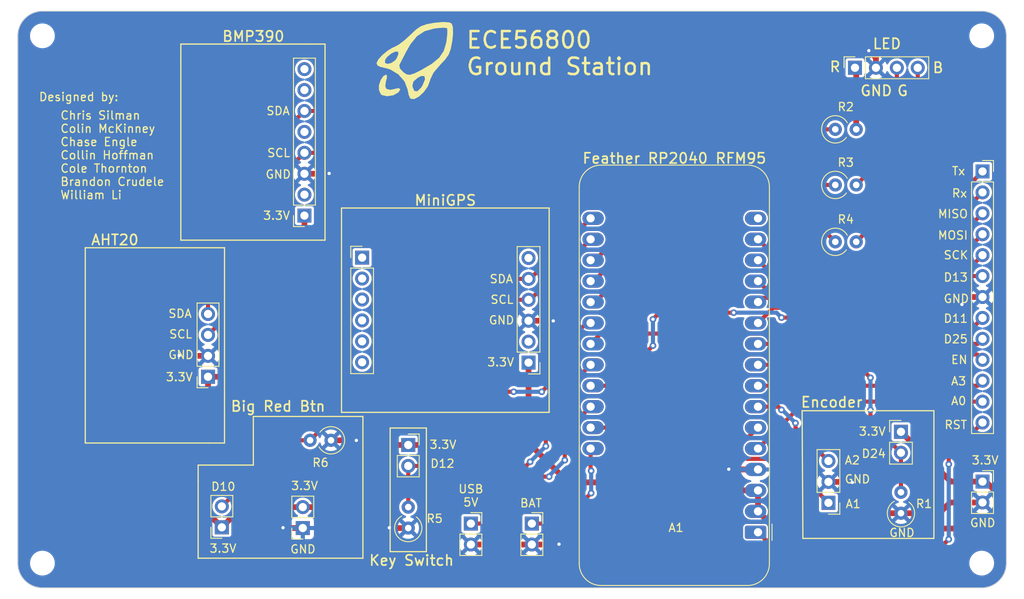
<source format=kicad_pcb>
(kicad_pcb (version 20241229) (generator "pcbnew") (generator_version "9.0")
  (layers (0 "F.Cu" signal) (2 "B.Cu" power) (13 "F.Paste" user) (15 "B.Paste" user) (5 "F.SilkS" user "F.Silkscreen") (7 "B.SilkS" user "B.Silkscreen") (1 "F.Mask" user) (3 "B.Mask" user) (25 "Edge.Cuts" user))
  (net 0 "")
  (net 1 "/RESET")
  (net 2 "+3.3V")
  (net 3 "GND")
  (net 4 "/A0")
  (net 5 "/A1")
  (net 6 "/A2")
  (net 7 "/A3")
  (net 8 "/D24")
  (net 9 "/D25")
  (net 10 "/SCK")
  (net 11 "/MOSI")
  (net 12 "/MISO")
  (net 13 "/RX")
  (net 14 "/TX")
  (net 16 "/SDA")
  (net 17 "/SCL")
  (net 18 "/D5")
  (net 19 "/D6")
  (net 20 "/D9")
  (net 21 "/D10")
  (net 22 "/D11")
  (net 23 "/D12")
  (net 24 "/D13")
  (net 25 "/USB 5V")
  (net 26 "/EN")
  (net 27 "/BAT")
  (net 40 "/BL_IN")
  (net 41 "/GRN_IN")
  (net 42 "/RED_IN")
  (footprint "Module:Adafruit_Feather" (layer "F.Cu") (at 169.0525 117.05 180)
    (property "Reference" "A1" (at 9.9525 0.55 0) (layer "F.SilkS"))
    (property "Value" "Adafruit_Feather_RP2040_RFM9x")
    (pad "1" thru_hole roundrect (at 0 0 180) (size 2.6 1.6) (drill 1 (offset 0.3 0)) (layers "*.Cu" "*.Mask") (roundrect_rratio 0.15625) (net 1 "/RESET"))
    (pad "2" thru_hole oval (at 0 2.54 180) (size 2.6 1.6) (drill 1 (offset 0.3 0)) (layers "*.Cu" "*.Mask") (net 2 "+3.3V"))
    (pad "3" thru_hole oval (at 0 5.08 180) (size 2.6 1.6) (drill 1 (offset 0.3 0)) (layers "*.Cu" "*.Mask") (net 2 "+3.3V"))
    (pad "4" thru_hole oval (at 0 7.62 180) (size 2.6 1.6) (drill 1 (offset 0.3 0)) (layers "*.Cu" "*.Mask") (net 3 "GND"))
    (pad "5" thru_hole oval (at 0 10.16 180) (size 2.6 1.6) (drill 1 (offset 0.3 0)) (layers "*.Cu" "*.Mask") (net 4 "/A0"))
    (pad "6" thru_hole oval (at 0 12.7 180) (size 2.6 1.6) (drill 1 (offset 0.3 0)) (layers "*.Cu" "*.Mask") (net 5 "/A1"))
    (pad "7" thru_hole oval (at 0 15.24 180) (size 2.6 1.6) (drill 1 (offset 0.3 0)) (layers "*.Cu" "*.Mask") (net 6 "/A2"))
    (pad "8" thru_hole oval (at 0 17.78 180) (size 2.6 1.6) (drill 1 (offset 0.3 0)) (layers "*.Cu" "*.Mask") (net 7 "/A3"))
    (pad "9" thru_hole oval (at 0 20.32 180) (size 2.6 1.6) (drill 1 (offset 0.3 0)) (layers "*.Cu" "*.Mask") (net 8 "/D24"))
    (pad "10" thru_hole oval (at 0 22.86 180) (size 2.6 1.6) (drill 1 (offset 0.3 0)) (layers "*.Cu" "*.Mask") (net 9 "/D25"))
    (pad "11" thru_hole oval (at 0 25.4 180) (size 2.6 1.6) (drill 1 (offset 0.3 0)) (layers "*.Cu" "*.Mask") (net 10 "/SCK"))
    (pad "12" thru_hole oval (at 0 27.94 180) (size 2.6 1.6) (drill 1 (offset 0.3 0)) (layers "*.Cu" "*.Mask") (net 11 "/MOSI"))
    (pad "13" thru_hole oval (at 0 30.48 180) (size 2.6 1.6) (drill 1 (offset 0.3 0)) (layers "*.Cu" "*.Mask") (net 12 "/MISO"))
    (pad "14" thru_hole oval (at 0 33.02 180) (size 2.6 1.6) (drill 1 (offset 0.3 0)) (layers "*.Cu" "*.Mask") (net 13 "/RX"))
    (pad "15" thru_hole oval (at 0 35.56 180) (size 2.6 1.6) (drill 1 (offset 0.3 0)) (layers "*.Cu" "*.Mask") (net 14 "/TX"))
    (pad "16" thru_hole oval (at 0 38.1 180) (size 2.6 1.6) (drill 1 (offset 0.3 0)) (layers "*.Cu" "*.Mask"))
    (pad "17" thru_hole oval (at 20.32 38.1) (size 2.6 1.6) (drill 1 (offset 0.3 0)) (layers "*.Cu" "*.Mask") (net 16 "/SDA"))
    (pad "18" thru_hole oval (at 20.32 35.56) (size 2.6 1.6) (drill 1 (offset 0.3 0)) (layers "*.Cu" "*.Mask") (net 17 "/SCL"))
    (pad "19" thru_hole oval (at 20.32 33.02) (size 2.6 1.6) (drill 1 (offset 0.3 0)) (layers "*.Cu" "*.Mask") (net 18 "/D5"))
    (pad "20" thru_hole oval (at 20.32 30.48) (size 2.6 1.6) (drill 1 (offset 0.3 0)) (layers "*.Cu" "*.Mask") (net 19 "/D6"))
    (pad "21" thru_hole oval (at 20.32 27.94) (size 2.6 1.6) (drill 1 (offset 0.3 0)) (layers "*.Cu" "*.Mask") (net 20 "/D9"))
    (pad "22" thru_hole oval (at 20.32 25.4) (size 2.6 1.6) (drill 1 (offset 0.3 0)) (layers "*.Cu" "*.Mask") (net 21 "/D10"))
    (pad "23" thru_hole oval (at 20.32 22.86) (size 2.6 1.6) (drill 1 (offset 0.3 0)) (layers "*.Cu" "*.Mask") (net 22 "/D11"))
    (pad "24" thru_hole oval (at 20.32 20.32) (size 2.6 1.6) (drill 1 (offset 0.3 0)) (layers "*.Cu" "*.Mask") (net 23 "/D12"))
    (pad "25" thru_hole oval (at 20.32 17.78) (size 2.6 1.6) (drill 1 (offset 0.3 0)) (layers "*.Cu" "*.Mask") (net 24 "/D13"))
    (pad "26" thru_hole oval (at 20.32 15.24) (size 2.6 1.6) (drill 1 (offset 0.3 0)) (layers "*.Cu" "*.Mask") (net 25 "/USB 5V"))
    (pad "27" thru_hole oval (at 20.32 12.7) (size 2.6 1.6) (drill 1 (offset 0.3 0)) (layers "*.Cu" "*.Mask") (net 26 "/EN"))
    (pad "28" thru_hole oval (at 20.32 10.16) (size 2.6 1.6) (drill 1 (offset 0.3 0)) (layers "*.Cu" "*.Mask") (net 27 "/BAT"))
  )
  (footprint "Resistor_THT:R_Axial_DIN0309_L9.0mm_D3.2mm_P2.54mm_Vertical" (layer "F.Cu") (at 178.43 74.9)
    (property "Reference" "R3" (at 1.27 -2.72 0) (layer "F.SilkS"))
    (property "Value" "100R")
    (pad "1" thru_hole circle (at 0 0) (size 1.6 1.6) (drill 0.8) (layers "*.Cu" "*.Mask") (net 19 "/D6"))
    (pad "2" thru_hole oval (at 2.54 0) (size 1.6 1.6) (drill 0.8) (layers "*.Cu" "*.Mask") (net 41 "/GRN_IN"))
  )
  (footprint "Connector_PinSocket_2.54mm:PinSocket_1x04_P2.54mm_Vertical" (layer "F.Cu") (at 180.82 60.675 90)
    (property "Reference" "J14")
    (property "Value" "Conn_01x04_Socket")
    (pad "1" thru_hole rect (at 0 0 90) (size 1.7 1.7) (drill 1) (layers "*.Cu" "*.Mask") (net 42 "/RED_IN"))
    (pad "2" thru_hole circle (at 0 2.54 90) (size 1.7 1.7) (drill 1) (layers "*.Cu" "*.Mask") (net 3 "GND"))
    (pad "3" thru_hole circle (at 0 5.08 90) (size 1.7 1.7) (drill 1) (layers "*.Cu" "*.Mask") (net 41 "/GRN_IN"))
    (pad "4" thru_hole circle (at 0 7.62 90) (size 1.7 1.7) (drill 1) (layers "*.Cu" "*.Mask") (net 40 "/BL_IN"))
  )
  (footprint "Connector_PinHeader_2.54mm:PinHeader_1x06_P2.54mm_Vertical" (layer "F.Cu") (at 121 83.72)
    (property "Reference" "J4")
    (property "Value" "Conn_01x06_Pin")
    (pad "1" thru_hole rect (at 0 0) (size 1.7 1.7) (drill 1) (layers "*.Cu" "*.Mask"))
    (pad "2" thru_hole circle (at 0 2.54) (size 1.7 1.7) (drill 1) (layers "*.Cu" "*.Mask"))
    (pad "3" thru_hole circle (at 0 5.08) (size 1.7 1.7) (drill 1) (layers "*.Cu" "*.Mask"))
    (pad "4" thru_hole circle (at 0 7.62) (size 1.7 1.7) (drill 1) (layers "*.Cu" "*.Mask"))
    (pad "5" thru_hole circle (at 0 10.16) (size 1.7 1.7) (drill 1) (layers "*.Cu" "*.Mask"))
    (pad "6" thru_hole circle (at 0 12.7) (size 1.7 1.7) (drill 1) (layers "*.Cu" "*.Mask"))
  )
  (footprint "Connector_PinSocket_2.54mm:PinSocket_1x13_P2.54mm_Vertical" (layer "F.Cu") (at 196.3 73.26)
    (property "Reference" "J10")
    (property "Value" "Conn_01x13_Socket")
    (pad "1" thru_hole rect (at 0 0) (size 1.7 1.7) (drill 1) (layers "*.Cu" "*.Mask") (net 14 "/TX"))
    (pad "2" thru_hole circle (at 0 2.54) (size 1.7 1.7) (drill 1) (layers "*.Cu" "*.Mask") (net 13 "/RX"))
    (pad "3" thru_hole circle (at 0 5.08) (size 1.7 1.7) (drill 1) (layers "*.Cu" "*.Mask") (net 12 "/MISO"))
    (pad "4" thru_hole circle (at 0 7.62) (size 1.7 1.7) (drill 1) (layers "*.Cu" "*.Mask") (net 11 "/MOSI"))
    (pad "5" thru_hole circle (at 0 10.16) (size 1.7 1.7) (drill 1) (layers "*.Cu" "*.Mask") (net 10 "/SCK"))
    (pad "6" thru_hole circle (at 0 12.7) (size 1.7 1.7) (drill 1) (layers "*.Cu" "*.Mask") (net 24 "/D13"))
    (pad "7" thru_hole circle (at 0 15.24) (size 1.7 1.7) (drill 1) (layers "*.Cu" "*.Mask") (net 3 "GND"))
    (pad "8" thru_hole circle (at 0 17.78) (size 1.7 1.7) (drill 1) (layers "*.Cu" "*.Mask") (net 22 "/D11"))
    (pad "9" thru_hole circle (at 0 20.32) (size 1.7 1.7) (drill 1) (layers "*.Cu" "*.Mask") (net 9 "/D25"))
    (pad "10" thru_hole circle (at 0 22.86) (size 1.7 1.7) (drill 1) (layers "*.Cu" "*.Mask") (net 26 "/EN"))
    (pad "11" thru_hole circle (at 0 25.4) (size 1.7 1.7) (drill 1) (layers "*.Cu" "*.Mask") (net 7 "/A3"))
    (pad "12" thru_hole circle (at 0 27.94) (size 1.7 1.7) (drill 1) (layers "*.Cu" "*.Mask") (net 4 "/A0"))
    (pad "13" thru_hole circle (at 0 30.48) (size 1.7 1.7) (drill 1) (layers "*.Cu" "*.Mask") (net 1 "/RESET"))
  )
  (footprint "Connector_PinSocket_2.54mm:PinSocket_1x08_P2.54mm_Vertical" (layer "F.Cu") (at 114 78.62 180)
    (property "Reference" "J3")
    (property "Value" "Conn_01x08_Socket")
    (pad "1" thru_hole rect (at 0 0 180) (size 1.7 1.7) (drill 1) (layers "*.Cu" "*.Mask") (net 2 "+3.3V"))
    (pad "2" thru_hole circle (at 0 2.54 180) (size 1.7 1.7) (drill 1) (layers "*.Cu" "*.Mask"))
    (pad "3" thru_hole circle (at 0 5.08 180) (size 1.7 1.7) (drill 1) (layers "*.Cu" "*.Mask") (net 3 "GND"))
    (pad "4" thru_hole circle (at 0 7.62 180) (size 1.7 1.7) (drill 1) (layers "*.Cu" "*.Mask") (net 17 "/SCL"))
    (pad "5" thru_hole circle (at 0 10.16 180) (size 1.7 1.7) (drill 1) (layers "*.Cu" "*.Mask"))
    (pad "6" thru_hole circle (at 0 12.7 180) (size 1.7 1.7) (drill 1) (layers "*.Cu" "*.Mask") (net 16 "/SDA"))
    (pad "7" thru_hole circle (at 0 15.24 180) (size 1.7 1.7) (drill 1) (layers "*.Cu" "*.Mask"))
    (pad "8" thru_hole circle (at 0 17.78 180) (size 1.7 1.7) (drill 1) (layers "*.Cu" "*.Mask"))
  )
  (footprint "Resistor_THT:R_Axial_DIN0309_L9.0mm_D3.2mm_P2.54mm_Vertical" (layer "F.Cu") (at 186.4 114.74 90)
    (property "Reference" "R1" (at 1.14 2.8 180) (layer "F.SilkS"))
    (property "Value" "10k")
    (pad "1" thru_hole circle (at 0 0 90) (size 1.6 1.6) (drill 0.8) (layers "*.Cu" "*.Mask") (net 3 "GND"))
    (pad "2" thru_hole oval (at 2.54 0 90) (size 1.6 1.6) (drill 0.8) (layers "*.Cu" "*.Mask") (net 8 "/D24"))
  )
  (footprint "Resistor_THT:R_Axial_DIN0309_L9.0mm_D3.2mm_P2.54mm_Vertical" (layer "F.Cu") (at 126.6 116.54 90)
    (property "Reference" "R5" (at 1.14 3.2 180) (layer "F.SilkS"))
    (property "Value" "10k")
    (pad "1" thru_hole circle (at 0 0 90) (size 1.6 1.6) (drill 0.8) (layers "*.Cu" "*.Mask") (net 3 "GND"))
    (pad "2" thru_hole oval (at 2.54 0 90) (size 1.6 1.6) (drill 0.8) (layers "*.Cu" "*.Mask") (net 23 "/D12"))
  )
  (footprint "Connector_PinSocket_2.54mm:PinSocket_1x02_P2.54mm_Vertical" (layer "F.Cu") (at 126.6 106.46)
    (property "Reference" "J8")
    (property "Value" "Conn_01x02_Socket")
    (pad "1" thru_hole rect (at 0 0) (size 1.7 1.7) (drill 1) (layers "*.Cu" "*.Mask") (net 2 "+3.3V"))
    (pad "2" thru_hole circle (at 0 2.54) (size 1.7 1.7) (drill 1) (layers "*.Cu" "*.Mask") (net 23 "/D12"))
  )
  (footprint "Connector_PinSocket_2.54mm:PinSocket_1x04_P2.54mm_Vertical" (layer "F.Cu") (at 102.3 98.18 180)
    (property "Reference" "J12")
    (property "Value" "Conn_01x04_Socket")
    (pad "1" thru_hole rect (at 0 0 180) (size 1.7 1.7) (drill 1) (layers "*.Cu" "*.Mask") (net 2 "+3.3V"))
    (pad "2" thru_hole circle (at 0 2.54 180) (size 1.7 1.7) (drill 1) (layers "*.Cu" "*.Mask") (net 3 "GND"))
    (pad "3" thru_hole circle (at 0 5.08 180) (size 1.7 1.7) (drill 1) (layers "*.Cu" "*.Mask") (net 17 "/SCL"))
    (pad "4" thru_hole circle (at 0 7.62 180) (size 1.7 1.7) (drill 1) (layers "*.Cu" "*.Mask") (net 16 "/SDA"))
  )
  (footprint "Connector_PinSocket_2.54mm:PinSocket_1x02_P2.54mm_Vertical" (layer "F.Cu") (at 141.6 116)
    (property "Reference" "J13")
    (property "Value" "Conn_01x02_Socket")
    (pad "1" thru_hole rect (at 0 0) (size 1.7 1.7) (drill 1) (layers "*.Cu" "*.Mask") (net 27 "/BAT"))
    (pad "2" thru_hole circle (at 0 2.54) (size 1.7 1.7) (drill 1) (layers "*.Cu" "*.Mask") (net 3 "GND"))
  )
  (footprint "Connector_PinHeader_2.54mm:PinHeader_1x06_P2.54mm_Vertical" (layer "F.Cu") (at 141.2 96.46 180)
    (property "Reference" "J5")
    (property "Value" "Conn_01x06_Pin")
    (pad "1" thru_hole rect (at 0 0 180) (size 1.7 1.7) (drill 1) (layers "*.Cu" "*.Mask") (net 2 "+3.3V"))
    (pad "2" thru_hole circle (at 0 2.54 180) (size 1.7 1.7) (drill 1) (layers "*.Cu" "*.Mask"))
    (pad "3" thru_hole circle (at 0 5.08 180) (size 1.7 1.7) (drill 1) (layers "*.Cu" "*.Mask") (net 3 "GND"))
    (pad "4" thru_hole circle (at 0 7.62 180) (size 1.7 1.7) (drill 1) (layers "*.Cu" "*.Mask") (net 17 "/SCL"))
    (pad "5" thru_hole circle (at 0 10.16 180) (size 1.7 1.7) (drill 1) (layers "*.Cu" "*.Mask") (net 16 "/SDA"))
    (pad "6" thru_hole circle (at 0 12.7 180) (size 1.7 1.7) (drill 1) (layers "*.Cu" "*.Mask"))
  )
  (footprint "MountingHole:MountingHole_2.5mm" (layer "F.Cu") (at 82.2 56.8)
    (property "Reference" "H3")
    (property "Value" "MountingHole")
    (pad "" np_thru_hole circle (at 0 0) (size 2.5 2.5) (drill 2.5) (layers "*.Cu" "*.Mask"))
  )
  (footprint "Resistor_THT:R_Axial_DIN0309_L9.0mm_D3.2mm_P2.54mm_Vertical" (layer "F.Cu") (at 117.225 105.89 180)
    (property "Reference" "R6" (at 1.27 -2.72 0) (layer "F.SilkS"))
    (property "Value" "10k")
    (pad "1" thru_hole circle (at 0 0 180) (size 1.6 1.6) (drill 0.8) (layers "*.Cu" "*.Mask") (net 3 "GND"))
    (pad "2" thru_hole oval (at 2.54 0 180) (size 1.6 1.6) (drill 0.8) (layers "*.Cu" "*.Mask") (net 21 "/D10"))
  )
  (footprint "Resistor_THT:R_Axial_DIN0309_L9.0mm_D3.2mm_P2.54mm_Vertical" (layer "F.Cu") (at 178.43 81.8)
    (property "Reference" "R4" (at 1.27 -2.72 0) (layer "F.SilkS"))
    (property "Value" "100R")
    (pad "1" thru_hole circle (at 0 0) (size 1.6 1.6) (drill 0.8) (layers "*.Cu" "*.Mask") (net 20 "/D9"))
    (pad "2" thru_hole oval (at 2.54 0) (size 1.6 1.6) (drill 0.8) (layers "*.Cu" "*.Mask") (net 40 "/BL_IN"))
  )
  (footprint "Connector_PinHeader_2.54mm:PinHeader_1x02_P2.54mm_Vertical" (layer "F.Cu") (at 186.4 104.86)
    (property "Reference" "J1")
    (property "Value" "Conn_01x02_Pin")
    (pad "1" thru_hole rect (at 0 0) (size 1.7 1.7) (drill 1) (layers "*.Cu" "*.Mask") (net 2 "+3.3V"))
    (pad "2" thru_hole circle (at 0 2.54) (size 1.7 1.7) (drill 1) (layers "*.Cu" "*.Mask") (net 8 "/D24"))
  )
  (footprint "Connector_PinSocket_2.54mm:PinSocket_1x02_P2.54mm_Vertical" (layer "F.Cu") (at 103.975 116.45 180)
    (property "Reference" "J7")
    (property "Value" "Conn_01x02_Socket")
    (pad "1" thru_hole rect (at 0 0 180) (size 1.7 1.7) (drill 1) (layers "*.Cu" "*.Mask") (net 2 "+3.3V"))
    (pad "2" thru_hole circle (at 0 2.54 180) (size 1.7 1.7) (drill 1) (layers "*.Cu" "*.Mask") (net 21 "/D10"))
  )
  (footprint "MountingHole:MountingHole_2.5mm" (layer "F.Cu") (at 196.2 56.8)
    (property "Reference" "H4")
    (property "Value" "MountingHole")
    (pad "" np_thru_hole circle (at 0 0) (size 2.5 2.5) (drill 2.5) (layers "*.Cu" "*.Mask"))
  )
  (footprint "Connector_PinSocket_2.54mm:PinSocket_1x02_P2.54mm_Vertical" (layer "F.Cu") (at 196.3 110.9)
    (property "Reference" "J11")
    (property "Value" "Conn_01x02_Socket")
    (pad "1" thru_hole rect (at 0 0) (size 1.7 1.7) (drill 1) (layers "*.Cu" "*.Mask") (net 2 "+3.3V"))
    (pad "2" thru_hole circle (at 0 2.54) (size 1.7 1.7) (drill 1) (layers "*.Cu" "*.Mask") (net 3 "GND"))
  )
  (footprint "MountingHole:MountingHole_2.5mm" (layer "F.Cu") (at 82.2 120.8)
    (property "Reference" "H1")
    (property "Value" "MountingHole")
    (pad "" np_thru_hole circle (at 0 0) (size 2.5 2.5) (drill 2.5) (layers "*.Cu" "*.Mask"))
  )
  (footprint "Resistor_THT:R_Axial_DIN0309_L9.0mm_D3.2mm_P2.54mm_Vertical" (layer "F.Cu") (at 178.43 68.15)
    (property "Reference" "R2" (at 1.27 -2.72 0) (layer "F.SilkS"))
    (property "Value" "180R")
    (pad "1" thru_hole circle (at 0 0) (size 1.6 1.6) (drill 0.8) (layers "*.Cu" "*.Mask") (net 18 "/D5"))
    (pad "2" thru_hole oval (at 2.54 0) (size 1.6 1.6) (drill 0.8) (layers "*.Cu" "*.Mask") (net 42 "/RED_IN"))
  )
  (footprint "Connector_PinSocket_2.54mm:PinSocket_1x02_P2.54mm_Vertical" (layer "F.Cu") (at 113.8 116.54 180)
    (property "Reference" "J6")
    (property "Value" "Conn_01x02_Socket")
    (pad "1" thru_hole rect (at 0 0 180) (size 1.7 1.7) (drill 1) (layers "*.Cu" "*.Mask") (net 3 "GND"))
    (pad "2" thru_hole circle (at 0 2.54 180) (size 1.7 1.7) (drill 1) (layers "*.Cu" "*.Mask") (net 2 "+3.3V"))
  )
  (footprint "graphics:rocket_logo_black_48_no_window" (layer "F.Cu") (at 127.665862 59.49982 -45)
    (property "Reference" "G***" (hide yes))
    (property "Value" "LOGO" (hide yes))
  )
  (footprint "Connector_PinSocket_2.54mm:PinSocket_1x02_P2.54mm_Vertical" (layer "F.Cu") (at 134.2 116)
    (property "Reference" "J9")
    (property "Value" "Conn_01x02_Socket")
    (pad "1" thru_hole rect (at 0 0) (size 1.7 1.7) (drill 1) (layers "*.Cu" "*.Mask") (net 25 "/USB 5V"))
    (pad "2" thru_hole circle (at 0 2.54) (size 1.7 1.7) (drill 1) (layers "*.Cu" "*.Mask") (net 3 "GND"))
  )
  (footprint "Connector_PinHeader_2.54mm:PinHeader_1x03_P2.54mm_Vertical" (layer "F.Cu") (at 177.6 113.48 180)
    (property "Reference" "J2")
    (property "Value" "Conn_01x03_Pin")
    (pad "1" thru_hole rect (at 0 0 180) (size 1.7 1.7) (drill 1) (layers "*.Cu" "*.Mask") (net 5 "/A1"))
    (pad "2" thru_hole circle (at 0 2.54 180) (size 1.7 1.7) (drill 1) (layers "*.Cu" "*.Mask") (net 3 "GND"))
    (pad "3" thru_hole circle (at 0 5.08 180) (size 1.7 1.7) (drill 1) (layers "*.Cu" "*.Mask") (net 6 "/A2"))
  )
  (footprint "MountingHole:MountingHole_2.5mm" (layer "F.Cu") (at 196.2 120.8)
    (property "Reference" "H2")
    (property "Value" "MountingHole")
    (pad "" np_thru_hole circle (at 0 0) (size 2.5 2.5) (drill 2.5) (layers "*.Cu" "*.Mask"))
  )
  (gr_line (start 174.5 117.8) (end 174.4 102.3) (stroke (width 0.15)) (layer "F.SilkS"))
  (gr_line (start 101.1 110.8) (end 101.1 120.2) (stroke (width 0.15)) (layer "F.SilkS"))
  (gr_line (start 124.4 119.4) (end 128.8 119.4) (stroke (width 0.15)) (layer "F.SilkS"))
  (gr_line (start 107.8 108.9) (end 101.1 108.9) (stroke (width 0.15)) (layer "F.SilkS"))
  (gr_line (start 99 81.6) (end 99 59.6) (stroke (width 0.15)) (layer "F.SilkS"))
  (gr_line (start 102.4 106.22) (end 87.4 106.22) (stroke (width 0.15)) (layer "F.SilkS"))
  (gr_line (start 101.1 120.2) (end 121.1 120.2) (stroke (width 0.15)) (layer "F.SilkS"))
  (gr_line (start 128.8 119.4) (end 128.8 104.4) (stroke (width 0.15)) (layer "F.SilkS"))
  (gr_line (start 143.7 77.7) (end 143.7 83.8) (stroke (width 0.15)) (layer "F.SilkS"))
  (gr_line (start 118.5 77.7) (end 143.7 77.7) (stroke (width 0.15)) (layer "F.SilkS"))
  (gr_line (start 114 57.8) (end 99 57.8) (stroke (width 0.15)) (layer "F.SilkS"))
  (gr_line (start 107.8 103) (end 107.8 108.9) (stroke (width 0.15)) (layer "F.SilkS"))
  (gr_line (start 143.7 102.5) (end 118.5 102.5) (stroke (width 0.15)) (layer "F.SilkS"))
  (gr_line (start 121.1 120.2) (end 121.1 103) (stroke (width 0.15)) (layer "F.SilkS"))
  (gr_line (start 104.3 106.22) (end 104.3 100.82) (stroke (width 0.15)) (layer "F.SilkS"))
  (gr_line (start 87.4 106.22) (end 87.4 82.52) (stroke (width 0.15)) (layer "F.SilkS"))
  (gr_line (start 116.5 81.6) (end 99 81.6) (stroke (width 0.15)) (layer "F.SilkS"))
  (gr_line (start 121.1 103) (end 107.8 103) (stroke (width 0.15)) (layer "F.SilkS"))
  (gr_line (start 102.4 106.22) (end 104.3 106.22) (stroke (width 0.15)) (layer "F.SilkS"))
  (gr_line (start 118.5 102.5) (end 118.5 88.8) (stroke (width 0.15)) (layer "F.SilkS"))
  (gr_line (start 124.4 104.4) (end 124.4 119.4) (stroke (width 0.15)) (layer "F.SilkS"))
  (gr_line (start 116.5 78.6) (end 116.5 81.6) (stroke (width 0.15)) (layer "F.SilkS"))
  (gr_line (start 116.5 78.6) (end 116.5 57.8) (stroke (width 0.15)) (layer "F.SilkS"))
  (gr_line (start 87.4 82.52) (end 104.3 82.52) (stroke (width 0.15)) (layer "F.SilkS"))
  (gr_line (start 174.4 102.3) (end 190.4 102.3) (stroke (width 0.15)) (layer "F.SilkS"))
  (gr_line (start 143.7 83.8) (end 143.7 102.5) (stroke (width 0.15)) (layer "F.SilkS"))
  (gr_line (start 99 57.8) (end 99 59.6) (stroke (width 0.15)) (layer "F.SilkS"))
  (gr_line (start 118.5 77.7) (end 118.5 88.8) (stroke (width 0.15)) (layer "F.SilkS"))
  (gr_line (start 128.8 104.4) (end 124.4 104.4) (stroke (width 0.15)) (layer "F.SilkS"))
  (gr_line (start 104.3 82.52) (end 104.3 98.22) (stroke (width 0.15)) (layer "F.SilkS"))
  (gr_line (start 104.3 98.22) (end 104.3 100.82) (stroke (width 0.15)) (layer "F.SilkS"))
  (gr_line (start 190.4 117.8) (end 174.5 117.8) (stroke (width 0.15)) (layer "F.SilkS"))
  (gr_line (start 116.5 57.8) (end 114 57.8) (stroke (width 0.15)) (layer "F.SilkS"))
  (gr_line (start 101.1 108.9) (end 101.1 110.8) (stroke (width 0.15)) (layer "F.SilkS"))
  (gr_line (start 190.4 102.3) (end 190.4 117.8) (stroke (width 0.15)) (layer "F.SilkS"))
  (gr_arc (start 79.205307 56.621636) (mid 80.142707 54.616529) (end 82.2 53.8) (stroke (width 0.1)) (layer "Edge.Cuts"))
  (gr_arc (start 196.2 53.8) (mid 198.32132 54.67868) (end 199.2 56.8) (stroke (width 0.1)) (layer "Edge.Cuts"))
  (gr_arc (start 82.2 123.8) (mid 80.016529 122.857293) (end 79.205307 120.621636) (stroke (width 0.1)) (layer "Edge.Cuts"))
  (gr_arc (start 199.2 120.8) (mid 198.32132 122.92132) (end 196.2 123.8) (stroke (width 0.1)) (layer "Edge.Cuts"))
  (gr_line (start 79.2 120.62132) (end 79.2 56.62132) (stroke (width 0.1)) (layer "Edge.Cuts"))
  (gr_line (start 100.2 123.8) (end 82.2 123.8) (stroke (width 0.1)) (layer "Edge.Cuts"))
  (gr_line (start 196.2 53.8) (end 100.2 53.8) (stroke (width 0.1)) (layer "Edge.Cuts"))
  (gr_line (start 100.2 53.8) (end 82.2 53.8) (stroke (width 0.1)) (layer "Edge.Cuts"))
  (gr_line (start 196.2 123.8) (end 100.2 123.8) (stroke (width 0.1)) (layer "Edge.Cuts"))
  (gr_line (start 199.2 56.8) (end 199.2 120.8) (stroke (width 0.1)) (layer "Edge.Cuts"))
  (gr_text "GND" (at 191.5 89.3 0) (layer "F.SilkS") (effects (font (size 1 1)) (justify left bottom)))
  (gr_text "GND" (at 184.9 117.7 0) (layer "F.SilkS") (effects (font (size 1 1)) (justify left bottom)))
  (gr_text "R" (at 178.4 61.3 0) (layer "F.SilkS") (effects (font (size 1.25 1.25) (thickness 0.2)) (justify bottom)))
  (gr_text "D10" (at 102.6 112.1 0) (layer "F.SilkS") (effects (font (size 1 1)) (justify left bottom)))
  (gr_text "Encoder" (at 178 102 0) (layer "F.SilkS") (effects (font (size 1.25 1.25) (thickness 0.2)) (justify bottom)))
  (gr_text "RST" (at 191.6 104.6 0) (layer "F.SilkS") (effects (font (size 1 1)) (justify left bottom)))
  (gr_text "GND" (at 112.2 119.7 0) (layer "F.SilkS") (effects (font (size 1 1)) (justify left bottom)))
  (gr_text "D25" (at 191.5 94.2 0) (layer "F.SilkS") (effects (font (size 1 1)) (justify left bottom)))
  (gr_text "SDA" (at 109.3 66.5 0) (layer "F.SilkS") (effects (font (size 1 1)) (justify left bottom)))
  (gr_text "BMP390" (at 107.8 57.6 0) (layer "F.SilkS") (effects (font (size 1.25 1.25) (thickness 0.2)) (justify bottom)))
  (gr_text "MISO" (at 190.8 79 0) (layer "F.SilkS") (effects (font (size 1 1)) (justify left bottom)))
  (gr_text "D12" (at 129.2 109.3 0) (layer "F.SilkS") (effects (font (size 1 1)) (justify left bottom)))
  (gr_text "USB\n5V" (at 134.2 114 0) (layer "F.SilkS") (effects (font (size 1 1)) (justify bottom)))
  (gr_text "D24" (at 183.1 108.1 0) (layer "F.SilkS") (effects (font (size 1 1)) (justify bottom)))
  (gr_text "GND" (at 194.7 116.5 0) (layer "F.SilkS") (effects (font (size 1 1)) (justify left bottom)))
  (gr_text "ECE56800\nGround Station" (at 133.5 61.7 0) (layer "F.SilkS") (effects (font (size 2 2) (thickness 0.3)) (justify left bottom)))
  (gr_text "Feather RP2040 RFM95" (at 158.9 72.4 0) (layer "F.SilkS") (effects (font (size 1.25 1.25) (thickness 0.2)) (justify bottom)))
  (gr_text "3.3V" (at 97.1 98.8 0) (layer "F.SilkS") (effects (font (size 1 1)) (justify left bottom)))
  (gr_text "GND" (at 179.5 111.2 0) (layer "F.SilkS") (effects (font (size 1 1)) (justify left bottom)))
  (gr_text "Rx" (at 192.5 76.5 0) (layer "F.SilkS") (effects (font (size 1 1)) (justify left bottom)))
  (gr_text "GND" (at 109.2 74.2 0) (layer "F.SilkS") (effects (font (size 1 1)) (justify left bottom)))
  (gr_text "AHT20" (at 91 82.3 0) (layer "F.SilkS") (effects (font (size 1.25 1.25) (thickness 0.2)) (justify bottom)))
  (gr_text "BAT" (at 141.5 114.1 0) (layer "F.SilkS") (effects (font (size 1 1)) (justify bottom)))
  (gr_text "Tx" (at 192.5 73.8 0) (layer "F.SilkS") (effects (font (size 1 1)) (justify left bottom)))
  (gr_text "Big Red Btn" (at 110.8 102.5 0) (layer "F.SilkS") (effects (font (size 1.25 1.25) (thickness 0.2)) (justify bottom)))
  (gr_text "3.3V" (at 181.2 105.4 0) (layer "F.SilkS") (effects (font (size 1 1)) (justify left bottom)))
  (gr_text "GND" (at 136.3 91.9 0) (layer "F.SilkS") (effects (font (size 1 1)) (justify left bottom)))
  (gr_text "EN" (at 192.4 96.7 0) (layer "F.SilkS") (effects (font (size 1 1)) (justify left bottom)))
  (gr_text "Chris Silman\nColin McKinney\nChase Engle\nCollin Hoffman\nCole Thornton\nBrandon Crudele\nWilliam Li" (at 84.3 76.7 0) (layer "F.SilkS") (effects (font (size 1 1)) (justify left bottom)))
  (gr_text "3.3V" (at 136.1 97 0) (layer "F.SilkS") (effects (font (size 1 1)) (justify left bottom)))
  (gr_text "LED" (at 184.7 58.5 0) (layer "F.SilkS") (effects (font (size 1.25 1.25) (thickness 0.2)) (justify bottom)))
  (gr_text "3.3V" (at 112.3 112 0) (layer "F.SilkS") (effects (font (size 1 1)) (justify left bottom)))
  (gr_text "SCL" (at 136.5 89.4 0) (layer "F.SilkS") (effects (font (size 1 1)) (justify left bottom)))
  (gr_text "3.3V" (at 102.4 119.6 0) (layer "F.SilkS") (effects (font (size 1 1)) (justify left bottom)))
  (gr_text "A2" (at 179.5 108.9 0) (layer "F.SilkS") (effects (font (size 1 1)) (justify left bottom)))
  (gr_text "SDA" (at 136.4 86.9 0) (layer "F.SilkS") (effects (font (size 1 1)) (justify left bottom)))
  (gr_text "Designed by:" (at 81.7 64.8 0) (layer "F.SilkS") (effects (font (size 1 1)) (justify left bottom)))
  (gr_text "D13" (at 191.5 86.7 0) (layer "F.SilkS") (effects (font (size 1 1)) (justify left bottom)))
  (gr_text "B" (at 190.9 61.4 0) (layer "F.SilkS") (effects (font (size 1.25 1.25) (thickness 0.2)) (justify bottom)))
  (gr_text "G" (at 186.6 64.2 0) (layer "F.SilkS") (effects (font (size 1.25 1.25) (thickness 0.2)) (justify bottom)))
  (gr_text "SCK" (at 191.5 84 0) (layer "F.SilkS") (effects (font (size 1 1)) (justify left bottom)))
  (gr_text "3.3V" (at 129.1 107 0) (layer "F.SilkS") (effects (font (size 1 1)) (justify left bottom)))
  (gr_text "3.3V" (at 194.9 108.9 0) (layer "F.SilkS") (effects (font (size 1 1)) (justify left bottom)))
  (gr_text "A3" (at 192.4 99.3 0) (layer "F.SilkS") (effects (font (size 1 1)) (justify left bottom)))
  (gr_text "SCL" (at 97.5 93.6 0) (layer "F.SilkS") (effects (font (size 1 1)) (justify left bottom)))
  (gr_text "A1" (at 179.6 114.2 0) (layer "F.SilkS") (effects (font (size 1 1)) (justify left bottom)))
  (gr_text "3.3V" (at 108.9 79.2 0) (layer "F.SilkS") (effects (font (size 1 1)) (justify left bottom)))
  (gr_text "MiniGPS" (at 131.1 77.5 0) (layer "F.SilkS") (effects (font (size 1.25 1.25) (thickness 0.2)) (justify bottom)))
  (gr_text "GND" (at 97.4 96.1 0) (layer "F.SilkS") (effects (font (size 1 1)) (justify left bottom)))
  (gr_text "Key Switch" (at 127 121.2 0) (layer "F.SilkS") (effects (font (size 1.25 1.25) (thickness 0.2)) (justify bottom)))
  (gr_text "SDA" (at 97.4 91.1 0) (layer "F.SilkS") (effects (font (size 1 1)) (justify left bottom)))
  (gr_text "MOSI" (at 190.8 81.6 0) (layer "F.SilkS") (effects (font (size 1 1)) (justify left bottom)))
  (gr_text "D11" (at 191.5 91.7 0) (layer "F.SilkS") (effects (font (size 1 1)) (justify left bottom)))
  (gr_text "SCL" (at 109.4 71.6 0) (layer "F.SilkS") (effects (font (size 1 1)) (justify left bottom)))
  (gr_text "GND\n" (at 183.4 64.2 0) (layer "F.SilkS") (effects (font (size 1.25 1.25) (thickness 0.2)) (justify bottom)))
  (gr_text "A0" (at 192.4 101.7 0) (layer "F.SilkS") (effects (font (size 1 1)) (justify left bottom)))
  (segment (start 169.0525 117.05) (end 170.8025 118.8) (width 0.5) (layer "F.Cu") (net 1))
  (segment (start 191.3 118.8) (end 192.2 117.9) (width 0.5) (layer "F.Cu") (net 1))
  (segment (start 192.2 107.84) (end 196.3 103.74) (width 0.5) (layer "F.Cu") (net 1))
  (segment (start 191 118.8) (end 191.3 118.8) (width 0.5) (layer "F.Cu") (net 1))
  (segment (start 170.8025 118.8) (end 191 118.8) (width 0.5) (layer "F.Cu") (net 1))
  (segment (start 192.2 108.8) (end 192.2 107.84) (width 0.5) (layer "F.Cu") (net 1))
  (via (at 192.2 108.8) (size 0.8) (drill 0.4) (layers "F.Cu" "B.Cu") (net 1))
  (via (at 192.2 117.9) (size 0.8) (drill 0.4) (layers "F.Cu" "B.Cu") (net 1))
  (segment (start 192.2 117.9) (end 192.2 108.8) (width 0.5) (layer "B.Cu") (net 1))
  (segment (start 126.6 106.46) (end 138.64 106.46) (width 0.7) (layer "F.Cu") (net 2))
  (segment (start 196.3 110.9) (end 192.44 110.9) (width 0.7) (layer "F.Cu") (net 2))
  (segment (start 169.0525 111.97) (end 151.903311 111.97) (width 0.7) (layer "F.Cu") (net 2))
  (segment (start 104.48 98.18) (end 102.3 98.18) (width 0.7) (layer "F.Cu") (net 2))
  (segment (start 196.8 116.6) (end 171.1425 116.6) (width 0.7) (layer "F.Cu") (net 2))
  (segment (start 169.0525 114.51) (end 169.0525 111.97) (width 0.7) (layer "F.Cu") (net 2))
  (segment (start 198.6 112.8) (end 198.6 114.8) (width 0.7) (layer "F.Cu") (net 2))
  (segment (start 114 88.66) (end 104.8 97.86) (width 0.7) (layer "F.Cu") (net 2))
  (segment (start 116.3 114) (end 113.8 114) (width 0.7) (layer "F.Cu") (net 2))
  (segment (start 103.975 116.45) (end 102.3 114.775) (width 0.7) (layer "F.Cu") (net 2))
  (segment (start 126.6 106.46) (end 123.84 106.46) (width 0.7) (layer "F.Cu") (net 2))
  (segment (start 150.933311 111) (end 146 111) (width 0.7) (layer "F.Cu") (net 2))
  (segment (start 146 111) (end 141.2 106.2) (width 0.7) (layer "F.Cu") (net 2))
  (segment (start 106.425 114) (end 113.8 114) (width 0.7) (layer "F.Cu") (net 2))
  (segment (start 151.903311 111.97) (end 150.933311 111) (width 0.7) (layer "F.Cu") (net 2))
  (segment (start 138.64 106.46) (end 141.2 103.9) (width 0.7) (layer "F.Cu") (net 2))
  (segment (start 103.975 116.45) (end 106.425 114) (width 0.7) (layer "F.Cu") (net 2))
  (segment (start 104.8 97.86) (end 104.48 98.18) (width 0.7) (layer "F.Cu") (net 2))
  (segment (start 198.6 114.8) (end 196.8 116.6) (width 0.7) (layer "F.Cu") (net 2))
  (segment (start 141.2 106.2) (end 141.2 96.46) (width 0.7) (layer "F.Cu") (net 2))
  (segment (start 123.84 106.46) (end 116.3 114) (width 0.7) (layer "F.Cu") (net 2))
  (segment (start 102.3 114.775) (end 102.3 98.18) (width 0.7) (layer "F.Cu") (net 2))
  (segment (start 196.7 110.9) (end 198.6 112.8) (width 0.7) (layer "F.Cu") (net 2))
  (segment (start 171.1425 116.6) (end 169.0525 114.51) (width 0.7) (layer "F.Cu") (net 2))
  (segment (start 196.3 110.9) (end 196.7 110.9) (width 0.7) (layer "F.Cu") (net 2))
  (segment (start 192.44 110.9) (end 186.4 104.86) (width 0.7) (layer "F.Cu") (net 2))
  (segment (start 114 78.62) (end 114 88.66) (width 0.7) (layer "F.Cu") (net 2))
  (segment (start 183.36 59.46) (end 182.5 58.6) (width 0.7) (layer "F.Cu") (net 3))
  (segment (start 186.4 114.74) (end 184.24 114.74) (width 0.7) (layer "F.Cu") (net 3))
  (segment (start 98.84 95.64) (end 98.8 95.6) (width 0.7) (layer "F.Cu") (net 3))
  (segment (start 194.7 88.5) (end 193.8 89.4) (width 0.7) (layer "F.Cu") (net 3))
  (segment (start 117.225 105.89) (end 120.29 105.89) (width 0.7) (layer "F.Cu") (net 3))
  (segment (start 114 73.54) (end 116.96 73.54) (width 0.7) (layer "F.Cu") (net 3))
  (segment (start 196.3 113.44) (end 192.36 113.44) (width 0.7) (layer "F.Cu") (net 3))
  (segment (start 169.0525 109.43) (end 165.53 109.43) (width 0.7) (layer "F.Cu") (net 3))
  (segment (start 191.06 114.74) (end 186.4 114.74) (width 0.7) (layer "F.Cu") (net 3))
  (segment (start 120.29 105.89) (end 120.3 105.9) (width 0.7) (layer "F.Cu") (net 3))
  (segment (start 183.36 60.675) (end 183.36 59.46) (width 0.7) (layer "F.Cu") (net 3))
  (segment (start 111.44 116.54) (end 111.4 116.5) (width 0.7) (layer "F.Cu") (net 3))
  (segment (start 141.2 91.38) (end 144.18 91.38) (width 0.7) (layer "F.Cu") (net 3))
  (segment (start 144.18 91.38) (end 144.2 91.4) (width 0.7) (layer "F.Cu") (net 3))
  (segment (start 141.6 118.54) (end 144.86 118.54) (width 0.7) (layer "F.Cu") (net 3))
  (segment (start 196.3 88.5) (end 194.7 88.5) (width 0.7) (layer "F.Cu") (net 3))
  (segment (start 180.44 110.94) (end 180.5 111) (width 0.7) (layer "F.Cu") (net 3))
  (segment (start 144.86 118.54) (end 144.9 118.5) (width 0.7) (layer "F.Cu") (net 3))
  (segment (start 113.8 116.54) (end 111.44 116.54) (width 0.7) (layer "F.Cu") (net 3))
  (segment (start 124.34 116.54) (end 124.3 116.5) (width 0.7) (layer "F.Cu") (net 3))
  (segment (start 126.6 116.54) (end 124.34 116.54) (width 0.7) (layer "F.Cu") (net 3))
  (segment (start 177.6 110.94) (end 180.44 110.94) (width 0.7) (layer "F.Cu") (net 3))
  (segment (start 184.24 114.74) (end 180.5 111) (width 0.7) (layer "F.Cu") (net 3))
  (segment (start 134.2 118.54) (end 141.6 118.54) (width 0.7) (layer "F.Cu") (net 3))
  (segment (start 165.53 109.43) (end 165.5 109.4) (width 0.7) (layer "F.Cu") (net 3))
  (segment (start 116.96 73.54) (end 117 73.5) (width 0.7) (layer "F.Cu") (net 3))
  (segment (start 102.3 95.64) (end 98.84 95.64) (width 0.7) (layer "F.Cu") (net 3))
  (segment (start 192.36 113.44) (end 191.06 114.74) (width 0.7) (layer "F.Cu") (net 3))
  (via (at 144.9 118.5) (size 0.8) (drill 0.4) (layers "F.Cu" "B.Cu") (net 3))
  (via (at 165.5 109.4) (size 0.8) (drill 0.4) (layers "F.Cu" "B.Cu") (net 3))
  (via (at 144.2 91.4) (size 0.8) (drill 0.4) (layers "F.Cu" "B.Cu") (net 3))
  (via (at 124.3 116.5) (size 0.8) (drill 0.4) (layers "F.Cu" "B.Cu") (net 3))
  (via (at 193.8 89.4) (size 0.8) (drill 0.4) (layers "F.Cu" "B.Cu") (net 3))
  (via (at 180.5 111) (size 0.8) (drill 0.4) (layers "F.Cu" "B.Cu") (net 3))
  (via (at 120.3 105.9) (size 0.8) (drill 0.4) (layers "F.Cu" "B.Cu") (net 3))
  (via (at 111.4 116.5) (size 0.8) (drill 0.4) (layers "F.Cu" "B.Cu") (net 3))
  (via (at 98.8 95.6) (size 0.8) (drill 0.4) (layers "F.Cu" "B.Cu") (net 3))
  (via (at 117 73.5) (size 0.8) (drill 0.4) (layers "F.Cu" "B.Cu") (net 3))
  (via (at 182.5 58.6) (size 0.8) (drill 0.4) (layers "F.Cu" "B.Cu") (net 3))
  (segment (start 174.7425 101.2) (end 196.3 101.2) (width 0.5) (layer "F.Cu") (net 4))
  (segment (start 169.0525 106.89) (end 174.7425 101.2) (width 0.5) (layer "F.Cu") (net 4))
  (segment (start 169.023319 104.35) (end 167.0015 106.371819) (width 0.5) (layer "F.Cu") (net 5))
  (segment (start 169.0525 104.35) (end 169.023319 104.35) (width 0.5) (layer "F.Cu") (net 5))
  (segment (start 167.0015 106.371819) (end 167.0015 107.408181) (width 0.5) (layer "F.Cu") (net 5))
  (segment (start 167.0015 107.408181) (end 167.733319 108.14) (width 0.5) (layer "F.Cu") (net 5))
  (segment (start 167.733319 108.14) (end 172.26 108.14) (width 0.5) (layer "F.Cu") (net 5))
  (segment (start 172.26 108.14) (end 177.6 113.48) (width 0.5) (layer "F.Cu") (net 5))
  (segment (start 169.0525 101.81) (end 171.51 101.81) (width 0.5) (layer "F.Cu") (net 6))
  (segment (start 173.6 104.4) (end 177.6 108.4) (width 0.5) (layer "F.Cu") (net 6))
  (segment (start 171.51 101.81) (end 171.9 102.2) (width 0.5) (layer "F.Cu") (net 6))
  (segment (start 173.6 103.8) (end 173.6 104.4) (width 0.5) (layer "F.Cu") (net 6))
  (via (at 173.6 103.8) (size 0.8) (drill 0.4) (layers "F.Cu" "B.Cu") (net 6))
  (via (at 171.9 102.2) (size 0.8) (drill 0.4) (layers "F.Cu" "B.Cu") (net 6))
  (segment (start 172 102.2) (end 173.6 103.8) (width 0.5) (layer "B.Cu") (net 6))
  (segment (start 171.9 102.2) (end 172 102.2) (width 0.5) (layer "B.Cu") (net 6))
  (segment (start 169.0525 99.27) (end 195.69 99.27) (width 0.5) (layer "F.Cu") (net 7))
  (segment (start 195.69 99.27) (end 196.3 98.66) (width 0.5) (layer "F.Cu") (net 7))
  (segment (start 182.7 102.2) (end 182.7 103.7) (width 0.5) (layer "F.Cu") (net 8))
  (segment (start 181.13 96.73) (end 182.7 98.3) (width 0.5) (layer "F.Cu") (net 8))
  (segment (start 186.4 112.2) (end 186.4 107.4) (width 0.5) (layer "F.Cu") (net 8))
  (segment (start 169.0525 96.73) (end 181.13 96.73) (width 0.5) (layer "F.Cu") (net 8))
  (segment (start 182.7 103.7) (end 186.4 107.4) (width 0.5) (layer "F.Cu") (net 8))
  (via (at 182.7 102.2) (size 0.8) (drill 0.4) (layers "F.Cu" "B.Cu") (net 8))
  (via (at 182.7 98.3) (size 0.8) (drill 0.4) (layers "F.Cu" "B.Cu") (net 8))
  (segment (start 182.7 98.3) (end 182.7 102.2) (width 0.5) (layer "B.Cu") (net 8))
  (segment (start 195.69 94.19) (end 196.3 93.58) (width 0.5) (layer "F.Cu") (net 9))
  (segment (start 169.0525 94.19) (end 195.69 94.19) (width 0.5) (layer "F.Cu") (net 9))
  (segment (start 170.8925 89.81) (end 189.91 89.81) (width 0.5) (layer "F.Cu") (net 10))
  (segment (start 169.0525 91.65) (end 170.8925 89.81) (width 0.5) (layer "F.Cu") (net 10))
  (segment (start 189.91 89.81) (end 196.3 83.42) (width 0.5) (layer "F.Cu") (net 10))
  (segment (start 188.58 88.6) (end 196.3 80.88) (width 0.5) (layer "F.Cu") (net 11))
  (segment (start 169.0525 89.11) (end 169.5625 88.6) (width 0.5) (layer "F.Cu") (net 11))
  (segment (start 169.5625 88.6) (end 188.58 88.6) (width 0.5) (layer "F.Cu") (net 11))
  (segment (start 169.0525 86.57) (end 169.5825 87.1) (width 0.5) (layer "F.Cu") (net 12))
  (segment (start 169.0525 86.57) (end 169.8825 87.4) (width 0.5) (layer "F.Cu") (net 12))
  (segment (start 169.8825 87.4) (end 187.24 87.4) (width 0.5) (layer "F.Cu") (net 12))
  (segment (start 187.24 87.4) (end 196.3 78.34) (width 0.5) (layer "F.Cu") (net 12))
  (segment (start 169.0525 84.03) (end 171.0225 86) (width 0.5) (layer "F.Cu") (net 13))
  (segment (start 171.0225 86) (end 186.1 86) (width 0.5) (layer "F.Cu") (net 13))
  (segment (start 186.1 86) (end 196.3 75.8) (width 0.5) (layer "F.Cu") (net 13))
  (segment (start 169.0525 81.49) (end 171.8625 84.3) (width 0.5) (layer "F.Cu") (net 14))
  (segment (start 171.8625 84.3) (end 185.26 84.3) (width 0.5) (layer "F.Cu") (net 14))
  (segment (start 185.26 84.3) (end 196.3 73.26) (width 0.5) (layer "F.Cu") (net 14))
  (segment (start 114 65.92) (end 102.3 77.62) (width 0.5) (layer "F.Cu") (net 16))
  (segment (start 148.7325 78.95) (end 141.3825 86.3) (width 0.5) (layer "F.Cu") (net 16))
  (segment (start 141.2 86.3) (end 139.3 86.3) (width 0.5) (layer "F.Cu") (net 16))
  (segment (start 139.3 86.3) (end 118.92 65.92) (width 0.5) (layer "F.Cu") (net 16))
  (segment (start 118.92 65.92) (end 114 65.92) (width 0.5) (layer "F.Cu") (net 16))
  (segment (start 102.3 77.62) (end 102.3 90.56) (width 0.5) (layer "F.Cu") (net 16))
  (segment (start 141.3825 86.3) (end 141.2 86.3) (width 0.5) (layer "F.Cu") (net 16))
  (segment (start 114 71) (end 108.3 76.7) (width 0.5) (layer "F.Cu") (net 17))
  (segment (start 141.2 88.84) (end 137.84 88.84) (width 0.5) (layer "F.Cu") (net 17))
  (segment (start 137.84 88.84) (end 120 71) (width 0.5) (layer "F.Cu") (net 17))
  (segment (start 141.3825 88.84) (end 141.2 88.84) (width 0.5) (layer "F.Cu") (net 17))
  (segment (start 108.3 87.1) (end 102.3 93.1) (width 0.5) (layer "F.Cu") (net 17))
  (segment (start 108.3 76.7) (end 108.3 87.1) (width 0.5) (layer "F.Cu") (net 17))
  (segment (start 120 71) (end 114 71) (width 0.5) (layer "F.Cu") (net 17))
  (segment (start 148.7325 81.49) (end 141.3825 88.84) (width 0.5) (layer "F.Cu") (net 17))
  (segment (start 148.7325 84.03) (end 149.27 84.03) (width 0.5) (layer "F.Cu") (net 18))
  (segment (start 149.27 84.03) (end 165.15 68.15) (width 0.5) (layer "F.Cu") (net 18))
  (segment (start 165.15 68.15) (end 178.43 68.15) (width 0.5) (layer "F.Cu") (net 18))
  (segment (start 160.8 74.9) (end 178.43 74.9) (width 0.5) (layer "F.Cu") (net 19))
  (segment (start 149.13 86.57) (end 160.8 74.9) (width 0.5) (layer "F.Cu") (net 19))
  (segment (start 148.7325 86.57) (end 149.13 86.57) (width 0.5) (layer "F.Cu") (net 19))
  (segment (start 173.83 77.2) (end 178.43 81.8) (width 0.5) (layer "F.Cu") (net 20))
  (segment (start 161.2 77.2) (end 173.83 77.2) (width 0.5) (layer "F.Cu") (net 20))
  (segment (start 149.29 89.11) (end 161.2 77.2) (width 0.5) (layer "F.Cu") (net 20))
  (segment (start 148.7325 89.11) (end 149.29 89.11) (width 0.5) (layer "F.Cu") (net 20))
  (segment (start 143.8 99) (end 143.8 96.1) (width 0.5) (layer "F.Cu") (net 21))
  (segment (start 148.25 91.65) (end 148.7325 91.65) (width 0.5) (layer "F.Cu") (net 21))
  (segment (start 142.8 100) (end 143.8 99) (width 0.5) (layer "F.Cu") (net 21))
  (segment (start 111.995 105.89) (end 103.975 113.91) (width 0.5) (layer "F.Cu") (net 21))
  (segment (start 120.575 100) (end 139.4 100) (width 0.5) (layer "F.Cu") (net 21))
  (segment (start 143.8 96.1) (end 148.25 91.65) (width 0.5) (layer "F.Cu") (net 21))
  (segment (start 114.685 105.89) (end 111.995 105.89) (width 0.5) (layer "F.Cu") (net 21))
  (segment (start 114.685 105.89) (end 120.575 100) (width 0.5) (layer "F.Cu") (net 21))
  (via (at 139.4 100) (size 0.8) (drill 0.4) (layers "F.Cu" "B.Cu") (net 21))
  (via (at 142.8 100) (size 0.8) (drill 0.4) (layers "F.Cu" "B.Cu") (net 21))
  (segment (start 139.4 100) (end 142.8 100) (width 0.5) (layer "B.Cu") (net 21))
  (segment (start 194.4 92.94) (end 196.3 91.04) (width 0.5) (layer "F.Cu") (net 22))
  (segment (start 148.7325 94.19) (end 149.9825 92.94) (width 0.5) (layer "F.Cu") (net 22))
  (segment (start 149.9825 92.94) (end 194.4 92.94) (width 0.5) (layer "F.Cu") (net 22))
  (segment (start 140.9 109) (end 141.4 108.5) (width 0.5) (layer "F.Cu") (net 23))
  (segment (start 126.6 109) (end 140.9 109) (width 0.5) (layer "F.Cu") (net 23))
  (segment (start 143.3 106.6) (end 143.3 102.1625) (width 0.5) (layer "F.Cu") (net 23))
  (segment (start 143.3 102.1625) (end 148.7325 96.73) (width 0.5) (layer "F.Cu") (net 23))
  (segment (start 126.6 114) (end 126.6 109) (width 0.5) (layer "F.Cu") (net 23))
  (via (at 143.3 106.6) (size 0.8) (drill 0.4) (layers "F.Cu" "B.Cu") (net 23))
  (via (at 141.4 108.5) (size 0.8) (drill 0.4) (layers "F.Cu" "B.Cu") (net 23))
  (segment (start 141.4 108.5) (end 143.3 106.6) (width 0.5) (layer "B.Cu") (net 23))
  (segment (start 157.1 90.4) (end 166.1 90.4) (width 0.5) (layer "F.Cu") (net 24))
  (segment (start 156.3 91.2) (end 157.1 90.4) (width 0.5) (layer "F.Cu") (net 24))
  (segment (start 171.9 91) (end 190.057919 91) (width 0.5) (layer "F.Cu") (net 24))
  (segment (start 151.43 99.27) (end 156.3 94.4) (width 0.5) (layer "F.Cu") (net 24))
  (segment (start 195.097919 85.96) (end 196.3 85.96) (width 0.5) (layer "F.Cu") (net 24))
  (segment (start 190.057919 91) (end 195.097919 85.96) (width 0.5) (layer "F.Cu") (net 24))
  (segment (start 148.7325 99.27) (end 151.43 99.27) (width 0.5) (layer "F.Cu") (net 24))
  (via (at 171.9 91) (size 0.8) (drill 0.4) (layers "F.Cu" "B.Cu") (net 24))
  (via (at 156.3 91.2) (size 0.8) (drill 0.4) (layers "F.Cu" "B.Cu") (net 24))
  (via (at 166.1 90.4) (size 0.8) (drill 0.4) (layers "F.Cu" "B.Cu") (net 24))
  (via (at 156.3 94.4) (size 0.8) (drill 0.4) (layers "F.Cu" "B.Cu") (net 24))
  (segment (start 166.1 90.4) (end 171.3 90.4) (width 0.5) (layer "B.Cu") (net 24))
  (segment (start 156.3 94.4) (end 156.3 91.2) (width 0.5) (layer "B.Cu") (net 24))
  (segment (start 171.3 90.4) (end 171.9 91) (width 0.5) (layer "B.Cu") (net 24))
  (segment (start 142.2 110.3) (end 136.5 116) (width 0.5) (layer "F.Cu") (net 25))
  (segment (start 145.6 104.9425) (end 145.6 108.3) (width 0.5) (layer "F.Cu") (net 25))
  (segment (start 136.5 116) (end 134.2 116) (width 0.5) (layer "F.Cu") (net 25))
  (segment (start 143.7 110.3) (end 142.2 110.3) (width 0.5) (layer "F.Cu") (net 25))
  (segment (start 148.7325 101.81) (end 145.6 104.9425) (width 0.5) (layer "F.Cu") (net 25))
  (via (at 145.6 108.3) (size 0.8) (drill 0.4) (layers "F.Cu" "B.Cu") (net 25))
  (via (at 143.7 110.3) (size 0.8) (drill 0.4) (layers "F.Cu" "B.Cu") (net 25))
  (segment (start 143.7 110.2) (end 143.7 110.3) (width 0.5) (layer "B.Cu") (net 25))
  (segment (start 145.6 108.3) (end 143.7 110.2) (width 0.5) (layer "B.Cu") (net 25))
  (segment (start 195.66 95.48) (end 196.3 96.12) (width 0.5) (layer "F.Cu") (net 26))
  (segment (start 148.7325 104.35) (end 157.55 104.35) (width 0.5) (layer "F.Cu") (net 26))
  (segment (start 157.55 104.35) (end 166.42 95.48) (width 0.5) (layer "F.Cu") (net 26))
  (segment (start 166.42 95.48) (end 195.66 95.48) (width 0.5) (layer "F.Cu") (net 26))
  (segment (start 148.7325 109.5325) (end 148.8 109.6) (width 0.5) (layer "F.Cu") (net 27))
  (segment (start 148.8 112.3) (end 145.1 116) (width 0.5) (layer "F.Cu") (net 27))
  (segment (start 148.7325 106.89) (end 148.7325 109.5325) (width 0.5) (layer "F.Cu") (net 27))
  (segment (start 145.1 116) (end 141.6 116) (width 0.5) (layer "F.Cu") (net 27))
  (via (at 148.8 109.6) (size 0.8) (drill 0.4) (layers "F.Cu" "B.Cu") (net 27))
  (via (at 148.8 112.3) (size 0.8) (drill 0.4) (layers "F.Cu" "B.Cu") (net 27))
  (segment (start 148.8 109.6) (end 148.8 112.3) (width 0.5) (layer "B.Cu") (net 27))
  (segment (start 180.97 81.8) (end 188.44 74.33) (width 0.5) (layer "F.Cu") (net 40))
  (segment (start 188.44 74.33) (end 188.44 60.675) (width 0.5) (layer "F.Cu") (net 40))
  (segment (start 180.97 74.9) (end 185.9 69.97) (width 0.5) (layer "F.Cu") (net 41))
  (segment (start 185.9 69.97) (end 185.9 60.675) (width 0.5) (layer "F.Cu") (net 41))
  (segment (start 180.97 60.825) (end 180.82 60.675) (width 0.7) (layer "F.Cu") (net 42))
  (segment (start 180.97 68.15) (end 180.97 60.825) (width 0.7) (layer "F.Cu") (net 42))
  (zone (net 3) (net_name "GND") (layer "B.Cu") (connect_pads (clearance 0.3)) (min_thickness 0.25) (fill yes (thermal_gap 0.5) (thermal_bridge_width 0.5))
    (polygon (pts (xy 96.4 53.3) (xy 200.2 53.5) (xy 200.2 124.9) (xy 78.225 124.825) (xy 78.225 53.225)))
  )
)
</source>
